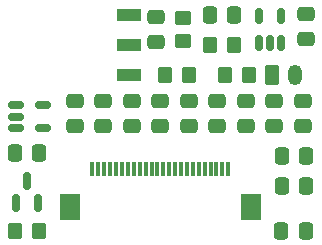
<source format=gts>
%TF.GenerationSoftware,KiCad,Pcbnew,(6.0.7)*%
%TF.CreationDate,2022-10-10T13:15:42-04:00*%
%TF.ProjectId,dumbwatch,64756d62-7761-4746-9368-2e6b69636164,rev?*%
%TF.SameCoordinates,Original*%
%TF.FileFunction,Soldermask,Top*%
%TF.FilePolarity,Negative*%
%FSLAX46Y46*%
G04 Gerber Fmt 4.6, Leading zero omitted, Abs format (unit mm)*
G04 Created by KiCad (PCBNEW (6.0.7)) date 2022-10-10 13:15:42*
%MOMM*%
%LPD*%
G01*
G04 APERTURE LIST*
G04 Aperture macros list*
%AMRoundRect*
0 Rectangle with rounded corners*
0 $1 Rounding radius*
0 $2 $3 $4 $5 $6 $7 $8 $9 X,Y pos of 4 corners*
0 Add a 4 corners polygon primitive as box body*
4,1,4,$2,$3,$4,$5,$6,$7,$8,$9,$2,$3,0*
0 Add four circle primitives for the rounded corners*
1,1,$1+$1,$2,$3*
1,1,$1+$1,$4,$5*
1,1,$1+$1,$6,$7*
1,1,$1+$1,$8,$9*
0 Add four rect primitives between the rounded corners*
20,1,$1+$1,$2,$3,$4,$5,0*
20,1,$1+$1,$4,$5,$6,$7,0*
20,1,$1+$1,$6,$7,$8,$9,0*
20,1,$1+$1,$8,$9,$2,$3,0*%
G04 Aperture macros list end*
%ADD10RoundRect,0.150000X0.150000X-0.512500X0.150000X0.512500X-0.150000X0.512500X-0.150000X-0.512500X0*%
%ADD11RoundRect,0.150000X-0.512500X-0.150000X0.512500X-0.150000X0.512500X0.150000X-0.512500X0.150000X0*%
%ADD12RoundRect,0.150000X0.150000X-0.587500X0.150000X0.587500X-0.150000X0.587500X-0.150000X-0.587500X0*%
%ADD13R,2.000000X1.000000*%
%ADD14RoundRect,0.250000X0.475000X-0.337500X0.475000X0.337500X-0.475000X0.337500X-0.475000X-0.337500X0*%
%ADD15RoundRect,0.250000X-0.337500X-0.475000X0.337500X-0.475000X0.337500X0.475000X-0.337500X0.475000X0*%
%ADD16RoundRect,0.250000X0.350000X0.450000X-0.350000X0.450000X-0.350000X-0.450000X0.350000X-0.450000X0*%
%ADD17RoundRect,0.250000X0.337500X0.475000X-0.337500X0.475000X-0.337500X-0.475000X0.337500X-0.475000X0*%
%ADD18R,0.300000X1.300000*%
%ADD19R,1.800000X2.200000*%
%ADD20RoundRect,0.250000X-0.350000X-0.450000X0.350000X-0.450000X0.350000X0.450000X-0.350000X0.450000X0*%
%ADD21RoundRect,0.250000X-0.475000X0.337500X-0.475000X-0.337500X0.475000X-0.337500X0.475000X0.337500X0*%
%ADD22RoundRect,0.250000X0.450000X-0.350000X0.450000X0.350000X-0.450000X0.350000X-0.450000X-0.350000X0*%
%ADD23RoundRect,0.250000X-0.350000X-0.625000X0.350000X-0.625000X0.350000X0.625000X-0.350000X0.625000X0*%
%ADD24O,1.200000X1.750000*%
G04 APERTURE END LIST*
D10*
X124272000Y-119247500D03*
X125222000Y-119247500D03*
X126172000Y-119247500D03*
X126172000Y-116972500D03*
X124272000Y-116972500D03*
D11*
X106039500Y-124526000D03*
X106039500Y-126426000D03*
X103764500Y-126426000D03*
X103764500Y-125476000D03*
X103764500Y-124526000D03*
D12*
X104648000Y-130888500D03*
X105598000Y-132763500D03*
X103698000Y-132763500D03*
D13*
X113318500Y-116840000D03*
X113318500Y-119380000D03*
X113318500Y-121920000D03*
D14*
X120777000Y-124184500D03*
X120777000Y-126259500D03*
X128016000Y-126259500D03*
X128016000Y-124184500D03*
X125603000Y-124184500D03*
X125603000Y-126259500D03*
D15*
X126216500Y-131318000D03*
X128291500Y-131318000D03*
D14*
X123190000Y-124184500D03*
X123190000Y-126259500D03*
X111125000Y-126259500D03*
X111125000Y-124184500D03*
X113538000Y-126259500D03*
X113538000Y-124184500D03*
D16*
X116348000Y-121920000D03*
X118348000Y-121920000D03*
D14*
X118364000Y-124184500D03*
X118364000Y-126259500D03*
D15*
X128313000Y-128778000D03*
X126238000Y-128778000D03*
D16*
X121428000Y-121920000D03*
X123428000Y-121920000D03*
X103648000Y-135128000D03*
X105648000Y-135128000D03*
D17*
X105685500Y-128524000D03*
X103610500Y-128524000D03*
D18*
X110201000Y-129915000D03*
X110701000Y-129915000D03*
X111201000Y-129915000D03*
X111701000Y-129915000D03*
X112201000Y-129915000D03*
X112701000Y-129915000D03*
X113201000Y-129915000D03*
X113701000Y-129915000D03*
X114201000Y-129915000D03*
X114701000Y-129915000D03*
X115201000Y-129915000D03*
X115701000Y-129915000D03*
X116201000Y-129915000D03*
X116701000Y-129915000D03*
X117201000Y-129915000D03*
X117701000Y-129915000D03*
X118201000Y-129915000D03*
X118701000Y-129915000D03*
X119201000Y-129915000D03*
X119701000Y-129915000D03*
X120201000Y-129915000D03*
X120701000Y-129915000D03*
X121201000Y-129915000D03*
X121701000Y-129915000D03*
D19*
X108301000Y-133165000D03*
X123601000Y-133165000D03*
D14*
X115570000Y-119147500D03*
X115570000Y-117072500D03*
D15*
X128270000Y-135128000D03*
X126195000Y-135128000D03*
D17*
X120120500Y-116840000D03*
X122195500Y-116840000D03*
D14*
X128270000Y-116818500D03*
X128270000Y-118893500D03*
D20*
X122158000Y-119380000D03*
X120158000Y-119380000D03*
D21*
X115951000Y-124184500D03*
X115951000Y-126259500D03*
D14*
X108712000Y-126259500D03*
X108712000Y-124184500D03*
D22*
X117856000Y-117110000D03*
X117856000Y-119110000D03*
D23*
X125365000Y-121920000D03*
D24*
X127365000Y-121920000D03*
M02*

</source>
